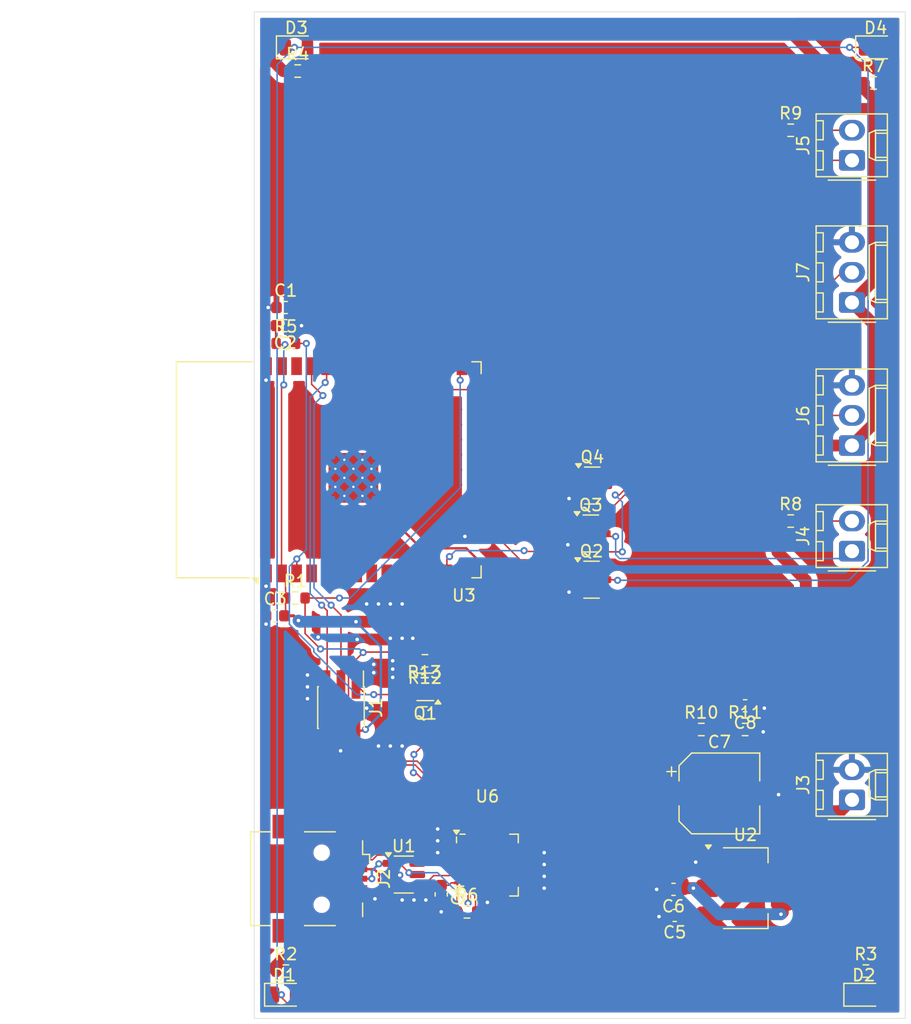
<source format=kicad_pcb>
(kicad_pcb (version 20240108) (generator "pcbnew") (generator_version "8.0")
  (layers (0 "F.Cu" signal) (31 "B.Cu" signal) (34 "B.Paste" user) (35 "F.Paste" user) (36 "B.SilkS" user "B.Silkscreen") (37 "F.SilkS" user "F.Silkscreen") (38 "B.Mask" user) (39 "F.Mask" user) (44 "Edge.Cuts" user))
  (net 0 "")
  (net 1 "EN")
  (net 2 "GND")
  (net 3 "+3.3V")
  (net 4 "+BATT")
  (net 5 "Net-(D1-K)")
  (net 6 "Net-(D1-A)")
  (net 7 "Net-(D2-A)")
  (net 8 "Net-(D3-A)")
  (net 9 "Net-(D4-A)")
  (net 10 "TX")
  (net 11 "D0")
  (net 12 "RX")
  (net 13 "Net-(J2-D-)")
  (net 14 "+5V")
  (net 15 "Net-(J2-D+)")
  (net 16 "Net-(J4-Pin_2)")
  (net 17 "Net-(J4-Pin_1)")
  (net 18 "Net-(J5-Pin_2)")
  (net 19 "Net-(J5-Pin_1)")
  (net 20 "/ESP32/GPIO16")
  (net 21 "/ESP32/GPIO14")
  (net 22 "Net-(Q1A-E1)")
  (net 23 "Net-(Q1B-E2)")
  (net 24 "Net-(Q1A-B1)")
  (net 25 "Net-(Q1B-B2)")
  (net 26 "/ESP32/GPIO15")
  (net 27 "/ESP32/GPIO17")
  (net 28 "/ESP32/GPIO18")
  (net 29 "Net-(U6-~{RST})")
  (net 30 "/USB Serial/USB_P")
  (net 31 "/USB Serial/USB_N")
  (net 51 "/ESP32/GPIO4")
  (net 52 "/ESP32/GPIO13")
  (net 59 "/ESP32/GPIO5")
  (net 67 "/ESP32/GPIO2")
  (net 70 "/ESP32/GPIO12")
  (net 72 "/ESP32/GPIO35")
  (footprint "Capacitor_SMD:C_0603_1608Metric" (layer "F.Cu") (at 134.125 75.5 180)
    (property "Reference" "C2")
    (property "Value" "0.1uf")
  )
  (footprint "Resistor_SMD:R_0603_1608Metric" (layer "F.Cu") (at 149.475 125)
    (property "Reference" "R6")
    (property "Value" "1k")
  )
  (footprint "Package_TO_SOT_SMD:SOT-23" (layer "F.Cu") (at 160 96.95)
    (property "Reference" "Q2")
    (property "Value" "AO3400A")
  )
  (footprint "Resistor_SMD:R_0603_1608Metric" (layer "F.Cu") (at 183.825 55)
    (property "Reference" "R7")
    (property "Value" "1k")
  )
  (footprint "Connector_Molex:Molex_KK-254_AE-6410-03A_1x03_P2.54mm_Vertical" (layer "F.Cu") (at 182 85.62 90)
    (property "Reference" "J6")
    (property "Value" "SpeedController")
  )
  (footprint "LED_SMD:LED_0805_2012Metric" (layer "F.Cu") (at 134.0625 132)
    (property "Reference" "D1")
    (property "Value" "LED")
  )
  (footprint "Resistor_SMD:R_0603_1608Metric" (layer "F.Cu") (at 176.825 92)
    (property "Reference" "R8")
    (property "Value" "1k")
  )
  (footprint "Package_TO_SOT_SMD:SOT-23" (layer "F.Cu") (at 160.0625 89)
    (property "Reference" "Q4")
    (property "Value" "AO3400A")
  )
  (footprint "Connector_Molex:Molex_KK-254_AE-6410-03A_1x03_P2.54mm_Vertical" (layer "F.Cu") (at 182 73.54 90)
    (property "Reference" "J7")
    (property "Value" "Servo")
  )
  (footprint "Capacitor_SMD:C_0603_1608Metric" (layer "F.Cu") (at 147.3 123.525 -90)
    (property "Reference" "C4")
    (property "Value" "10u")
  )
  (footprint "Connector_USB:USB_Mini-B_Wuerth_65100516121_Horizontal" (layer "F.Cu") (at 137.2 122.2 -90)
    (property "Reference" "J2")
    (property "Value" "USB_A")
  )
  (footprint "Package_TO_SOT_SMD:SOT-223-3_TabPin2" (layer "F.Cu") (at 173 123)
    (property "Reference" "U2")
    (property "Value" "AP1117-33")
  )
  (footprint "Package_DFN_QFN:QFN-28-1EP_5x5mm_P0.5mm_EP3.35x3.35mm" (layer "F.Cu") (at 151.2 121.05)
    (property "Reference" "U6")
    (property "Value" "CP2102N-Axx-xQFN28")
  )
  (footprint "Connector_Molex:Molex_KK-254_AE-6410-02A_1x02_P2.54mm_Vertical" (layer "F.Cu") (at 182 115.54 90)
    (property "Reference" "J3")
    (property "Value" "Battery")
  )
  (footprint "Capacitor_SMD:C_0603_1608Metric" (layer "F.Cu") (at 167.025 125.3 180)
    (property "Reference" "C5")
    (property "Value" "1u")
  )
  (footprint "Package_TO_SOT_SMD:SOT-363_SC-70-6" (layer "F.Cu") (at 145.95 106 180)
    (property "Reference" "Q1")
    (property "Value" "BC846BS")
  )
  (footprint "LED_SMD:LED_0805_2012Metric" (layer "F.Cu") (at 135.0625 52)
    (property "Reference" "D3")
    (property "Value" "LED")
  )
  (footprint "Resistor_SMD:R_0603_1608Metric" (layer "F.Cu") (at 134.975 98.5)
    (property "Reference" "R1")
    (property "Value" "10K")
  )
  (footprint "Capacitor_SMD:C_0603_1608Metric" (layer "F.Cu") (at 166.925 123.1 180)
    (property "Reference" "C6")
    (property "Value" "1u")
  )
  (footprint "Connector_Molex:Molex_KK-254_AE-6410-02A_1x02_P2.54mm_Vertical" (layer "F.Cu") (at 182 94.54 90)
    (property "Reference" "J4")
    (property "Value" "Conn_01x02")
  )
  (footprint "Resistor_SMD:R_0603_1608Metric" (layer "F.Cu") (at 169.275 109.6)
    (property "Reference" "R10")
    (property "Value" "10K")
  )
  (footprint "Package_TO_SOT_SMD:SOT-23-6" (layer "F.Cu") (at 144.1375 121.85)
    (property "Reference" "U1")
    (property "Value" "USBLC6-2SC6")
  )
  (footprint "Resistor_SMD:R_0603_1608Metric" (layer "F.Cu") (at 176.825 59)
    (property "Reference" "R9")
    (property "Value" "1k")
  )
  (footprint "Resistor_SMD:R_0603_1608Metric" (layer "F.Cu") (at 172.975 109.6)
    (property "Reference" "R11")
    (property "Value" "10K")
  )
  (footprint "Connector_PinHeader_1.27mm:PinHeader_2x03_P1.27mm_Vertical_SMD" (layer "F.Cu") (at 138.83 107.75 -90)
    (property "Reference" "J1")
    (property "Value" "Prog")
  )
  (footprint "Capacitor_SMD:CP_Elec_6.3x5.4" (layer "F.Cu") (at 170.8 115)
    (property "Reference" "C7")
    (property "Value" "100uF")
  )
  (footprint "Capacitor_SMD:C_0603_1608Metric" (layer "F.Cu") (at 172.975 107.6 180)
    (property "Reference" "C8")
    (property "Value" "0.1uf")
  )
  (footprint "LED_SMD:LED_0805_2012Metric" (layer "F.Cu") (at 183 132)
    (property "Reference" "D2")
    (property "Value" "LED")
  )
  (footprint "RF_Module:ESP32-WROOM-32" (layer "F.Cu") (at 140.79 87.67 90)
    (property "Reference" "U3")
    (property "Value" "ESP32-WROOM-32")
  )
  (footprint "Resistor_SMD:R_0603_1608Metric" (layer "F.Cu") (at 134.175 77)
    (property "Reference" "R5")
    (property "Value" "10K")
  )
  (footprint "LED_SMD:LED_0805_2012Metric" (layer "F.Cu") (at 184 52)
    (property "Reference" "D4")
    (property "Value" "LED")
  )
  (footprint "Resistor_SMD:R_0603_1608Metric" (layer "F.Cu") (at 135.175 54)
    (property "Reference" "R4")
    (property "Value" "1k")
  )
  (footprint "Capacitor_SMD:C_0603_1608Metric" (layer "F.Cu") (at 133.275 100)
    (property "Reference" "C3")
    (property "Value" "0.1uf")
  )
  (footprint "Resistor_SMD:R_0603_1608Metric" (layer "F.Cu") (at 145.875 108.2)
    (property "Reference" "R13")
    (property "Value" "10k")
  )
  (footprint "Resistor_SMD:R_0603_1608Metric" (layer "F.Cu") (at 183.175 130)
    (property "Reference" "R3")
    (property "Value" "1k")
  )
  (footprint "Connector_Molex:Molex_KK-254_AE-6410-02A_1x02_P2.54mm_Vertical" (layer "F.Cu") (at 182 61.54 90)
    (property "Reference" "J5")
    (property "Value" "Conn_01x02")
  )
  (footprint "Resistor_SMD:R_0603_1608Metric" (layer "F.Cu") (at 145.925 103.8 180)
    (property "Reference" "R12")
    (property "Value" "10k")
  )
  (footprint "Package_TO_SOT_SMD:SOT-23" (layer "F.Cu") (at 159.9375 93.05)
    (property "Reference" "Q3")
    (property "Value" "AO3400A")
  )
  (footprint "Resistor_SMD:R_0603_1608Metric" (layer "F.Cu") (at 134.175 130)
    (property "Reference" "R2")
    (property "Value" "1k")
  )
  (footprint "Capacitor_SMD:C_0603_1608Metric" (layer "F.Cu") (at 134.15675 73.96825)
    (property "Reference" "C1")
    (property "Value" "0.1uf")
  )
  (gr_rect (start 131.5 49) (end 186.5 134) (stroke (width 0.05)) (fill none) (layer "Edge.Cuts"))
  (segment (start 140.95 106.65) (end 140.1 105.8) (width 0.127) (layer "F.Cu") (net 1))
  (segment (start 145 106.65) (end 140.95 106.65) (width 0.127) (layer "F.Cu") (net 1))
  (segment (start 135.1 96.4) (end 135.08 96.42) (width 0.127) (layer "F.Cu") (net 1))
  (segment (start 135 77) (end 134.1865 76.1865) (width 0.127) (layer "F.Cu") (net 1))
  (segment (start 134.1865 76.1865) (end 134.1865 74.7135) (width 0.127) (layer "F.Cu") (net 1))
  (segment (start 134.1865 74.7135) (end 134.93175 73.96825) (width 0.127) (layer "F.Cu") (net 1))
  (segment (start 135 77) (end 135.9 77) (width 0.127) (layer "F.Cu") (net 1))
  (segment (start 135.1 95.2) (end 135.1 96.4) (width 0.127) (layer "F.Cu") (net 1))
  (via (at 141.6 106.65) (size 0.6) (drill 0.3) (layers "F.Cu" "B.Cu") (net 1))
  (via (at 135.9 77) (size 0.6) (drill 0.3) (layers "F.Cu" "B.Cu") (net 1))
  (via (at 135.1 95.2) (size 0.6) (drill 0.3) (layers "F.Cu" "B.Cu") (net 1))
  (segment (start 136.5365 103.03341) (end 136.5365 102.779752) (width 0.127) (layer "B.Cu") (net 1))
  (segment (start 141.6 106.65) (end 140.15309 106.65) (width 0.127) (layer "B.Cu") (net 1))
  (segment (start 134.473 100.716252) (end 134.473 95.827) (width 0.127) (layer "B.Cu") (net 1))
  (segment (start 136.5365 102.779752) (end 134.473 100.716252) (width 0.127) (layer "B.Cu") (net 1))
  (segment (start 135.9 94.4) (end 135.1 95.2) (width 0.127) (layer "B.Cu") (net 1))
  (segment (start 134.473 95.827) (end 135.1 95.2) (width 0.127) (layer "B.Cu") (net 1))
  (segment (start 140.15309 106.65) (end 136.5365 103.03341) (width 0.127) (layer "B.Cu") (net 1))
  (segment (start 135.9 77) (end 135.9 94.4) (width 0.127) (layer "B.Cu") (net 1))
  (segment (start 132.54 78.92) (end 132.54 80.06) (width 0.127) (layer "F.Cu") (net 2))
  (segment (start 143 121.85) (end 143.75 121.85) (width 0.127) (layer "F.Cu") (net 2))
  (segment (start 174.4 107.6) (end 174.6 107.8) (width 0.2) (layer "F.Cu") (net 2))
  (segment (start 133.38175 73.96825) (end 132.68175 73.96825) (width 0.127) (layer "F.Cu") (net 2))
  (segment (start 150.7 120.55) (end 151.2 121.05) (width 0.127) (layer "F.Cu") (net 2))
  (segment (start 148.75 120.55) (end 150.7 120.55) (width 0.127) (layer "F.Cu") (net 2))
  (segment (start 149.38 93.38) (end 149.3 93.3) (width 0.2) (layer "F.Cu") (net 2))
  (segment (start 173.6 115) (end 175.7 115) (width 1) (layer "F.Cu") (net 2))
  (segment (start 140.2 123.9) (end 141.7 123.9) (width 0.127) (layer "F.Cu") (net 2))
  (segment (start 132.54 97.46) (end 132.5 97.5) (width 0.127) (layer "F.Cu") (net 2))
  (segment (start 175.7 115) (end 175.8 115.1) (width 1) (layer "F.Cu") (net 2))
  (segment (start 132.5 100) (end 132.5 100.7) (width 0.127) (layer "F.Cu") (net 2))
  (segment (start 159 94) (end 158 94) (width 0.127) (layer "F.Cu") (net 2))
  (segment (start 138.83 111.37) (end 138.8 111.4) (width 0.2) (layer "F.Cu") (net 2))
  (segment (start 134.9 75.5) (end 135.5 75.5) (width 0.127) (layer "F.Cu") (net 2))
  (segment (start 150.3 93.38) (end 149.38 93.38) (width 0.2) (layer "F.Cu") (net 2))
  (segment (start 151.2 123.5) (end 151.2 124.2) (width 0.127) (layer "F.Cu") (net 2))
  (segment (start 173.8 109.6) (end 174.3 109.6) (width 0.2) (layer "F.Cu") (net 2))
  (segment (start 169.85 120.7) (end 168.9 120.7) (width 1) (layer "F.Cu") (net 2))
  (segment (start 132.54 96.42) (end 132.54 97.46) (width 0.127) (layer "F.Cu") (net 2))
  (segment (start 165.8 125.3) (end 165.7 125.4) (width 0.254) (layer "F.Cu") (net 2))
  (segment (start 168.9 120.7) (end 168.8 120.8) (width 1) (layer "F.Cu") (net 2))
  (segment (start 166.25 125.3) (end 165.8 125.3) (width 0.254) (layer "F.Cu") (net 2))
  (segment (start 140.2 123.1) (end 140.2 123.9) (width 0.127) (layer "F.Cu") (net 2))
  (segment (start 132.54 80.06) (end 132.5 80.1) (width 0.127) (layer "F.Cu") (net 2))
  (segment (start 159.125 89.95) (end 158.25 89.95) (width 0.127) (layer "F.Cu") (net 2))
  (segment (start 166.15 123.1) (end 165.5 123.1) (width 0.254) (layer "F.Cu") (net 2))
  (segment (start 158.2 97.9) (end 158.1 98) (width 0.127) (layer "F.Cu") (net 2))
  (segment (start 159.0625 97.9) (end 158.2 97.9) (width 0.127) (layer "F.Cu") (net 2))
  (segment (start 173.75 107.6) (end 174.4 107.6) (width 0.2) (layer "F.Cu") (net 2))
  (segment (start 147.3 124.3) (end 147.3 125) (width 0.127) (layer "F.Cu") (net 2))
  (segment (start 158.25 89.95) (end 158.1 90.1) (width 0.127) (layer "F.Cu") (net 2))
  (segment (start 174.3 109.6) (end 174.5 109.8) (width 0.2) (layer "F.Cu") (net 2))
  (segment (start 143.75 121.85) (end 143.8 121.9) (width 0.127) (layer "F.Cu") (net 2))
  (segment (start 151.2 123.5) (end 151.2 121.05) (width 0.127) (layer "F.Cu") (net 2))
  (segment (start 138.83 109.7) (end 138.83 111.37) (width 0.2) (layer "F.Cu") (net 2))
  (via (at 135.5 75.5) (size 0.6) (drill 0.3) (layers "F.Cu" "B.Cu") (net 2))
  (via (at 156 120) (size 0.6) (drill 0.3) (layers "F.Cu" "B.Cu") (net 2))
  (via (at 140.2 102) (size 0.6) (drill 0.3) (layers "F.Cu" "B.Cu") (net 2))
  (via (at 141.7 123.9) (size 0.6) (drill 0.3) (layers "F.Cu" "B.Cu") (net 2))
  (via (at 136 105) (size 0.6) (drill 0.3) (layers "F.Cu" "B.Cu") (net 2))
  (via (at 165.5 123.1) (size 0.6) (drill 0.3) (layers "F.Cu" "B.Cu") (net 2))
  (via (at 143.2 103.8) (size 0.6) (drill 0.3) (layers "F.Cu" "B.Cu") (net 2))
  (via (at 156 122) (size 0.6) (drill 0.3) (layers "F.Cu" "B.Cu") (net 2))
  (via (at 147 120) (size 0.6) (drill 0.3) (layers "F.Cu" "B.Cu") (net 2))
  (via (at 145 124) (size 0.6) (drill 0.3) (layers "F.Cu" "B.Cu") (net 2))
  (via (at 141 99) (size 0.6) (drill 0.3) (layers "F.Cu" "B.Cu") (net 2))
  (via (at 136 106) (size 0.6) (drill 0.3) (layers "F.Cu" "B.Cu") (net 2))
  (via (at 141.6 104.8) (size 0.6) (drill 0.3) (layers "F.Cu" "B.Cu") (net 2))
  (via (at 144 124) (size 0.6) (drill 0.3) (layers "F.Cu" "B.Cu") (net 2))
  (via (at 143.8 121.9) (size 0.6) (drill 0.3) (layers "F.Cu" "B.Cu") (net 2))
  (via (at 151.2 124.2) (size 0.6) (drill 0.3) (layers "F.Cu" "B.Cu") (net 2))
  (via (at 138.8 111.4) (size 0.6) (drill 0.3) (layers "F.Cu" "B.Cu") (net 2))
  (via (at 142 99) (size 0.6) (drill 0.3) (layers "F.Cu" "B.Cu") (net 2))
  (via (at 144.9 101.9) (size 0.6) (drill 0.3) (layers "F.Cu" "B.Cu") (net 2))
  (via (at 143 99) (size 0.6) (drill 0.3) (layers "F.Cu" "B.Cu") (net 2))
  (via (at 156 121) (size 0.6) (drill 0.3) (layers "F.Cu" "B.Cu") (net 2))
  (via (at 149.3 93.3) (size 0.6) (drill 0.3) (layers "F.Cu" "B.Cu") (net 2))
  (via (at 174.6 107.8) (size 0.6) (drill 0.3) (layers "F.Cu" "B.Cu") (net 2))
  (via (at 144 99) (size 0.6) (drill 0.3) (layers "F.Cu" "B.Cu") (net 2))
  (via (at 168.8 120.8) (size 0.6) (drill 0.3) (layers "F.Cu" "B.Cu") (net 2))
  (via (at 156 123) (size 0.6) (drill 0.3) (layers "F.Cu" "B.Cu") (net 2))
  (via (at 141.6 104.1) (size 0.6) (drill 0.3) (layers "F.Cu" "B.Cu") (net 2))
  (via (at 132.5 100.7) (size 0.6) (drill 0.3) (layers "F.Cu" "B.Cu") (net 2))
  (via (at 147.3 125) (size 0.6) (drill 0.3) (layers "F.Cu" "B.Cu") (net 2))
  (via (at 144 111) (size 0.6) (drill 0.3) (layers "F.Cu" "B.Cu") (net 2))
  (via (at 144 101.9) (size 0.6) (drill 0.3) (layers "F.Cu" "B.Cu") (net 2))
  (via (at 175.8 115.1) (size 0.6) (drill 0.3) (layers "F.Cu" "B.Cu") (net 2))
  (via (at 132.68175 73.96825) (size 0.6) (drill 0.3) (layers "F.Cu" "B.Cu") (net 2))
  (via (at 147 118) (size 0.6) (drill 0.3) (layers "F.Cu" "B.Cu") (net 2))
  (via (at 174.5 109.8) (size 0.6) (drill 0.3) (layers "F.Cu" "B.Cu") (net 2))
  (via (at 165.7 125.4) (size 0.6) (drill 0.3) (layers "F.Cu" "B.Cu") (net 2))
  (via (at 147 119) (size 0.6) (drill 0.3) (layers "F.Cu" "B.Cu") (net 2))
  (via (at 143 111) (size 0.6) (drill 0.3) (layers "F.Cu" "B.Cu") (net 2))
  (via (at 142 111) (size 0.6) (drill 0.3) (layers "F.Cu" "B.Cu") (net 2))
  (via (at 141 107.8) (size 0.6) (drill 0.3) (layers "F.Cu" "B.Cu") (net 2))
  (via (at 158.1 98) (size 0.6) (drill 0.3) (layers "F.Cu" "B.Cu") (net 2))
  (via (at 136.9 101.8) (size 0.6) (drill 0.3) (layers "F.Cu" "B.Cu") (net 2))
  (via (at 143 101.9) (size 0.6) (drill 0.3) (layers "F.Cu" "B.Cu") (net 2))
  (via (at 143.2 104.5) (size 0.6) (drill 0.3) (layers "F.Cu" "B.Cu") (net 2))
  (via (at 132.5 97.5) (size 0.6) (drill 0.3) (layers "F.Cu" "B.Cu") (net 2))
  (via (at 146 124) (size 0.6) (drill 0.3) (layers "F.Cu" "B.Cu") (net 2))
  (via (at 158 94) (size 0.6) (drill 0.3) (layers "F.Cu" "B.Cu") (net 2))
  (via (at 143.2 105.2) (size 0.6) (drill 0.3) (layers "F.Cu" "B.Cu") (net 2))
  (via (at 132.5 80.1) (size 0.6) (drill 0.3) (layers "F.Cu" "B.Cu") (net 2))
  (via (at 158.1 90.1) (size 0.6) (drill 0.3) (layers "F.Cu" "B.Cu") (net 2))
  (via (at 136 107) (size 0.6) (drill 0.3) (layers "F.Cu" "B.Cu") (net 2))
  (segment (start 140.1 109.7) (end 140.8 109.7) (width 0.2) (layer "F.Cu") (net 3))
  (segment (start 140.8 109.7) (end 140.9 109.6) (width 0.2) (layer "F.Cu") (net 3))
  (segment (start 134.05 99.95) (end 134.15 99.85) (width 0.127) (layer "F.Cu") (net 3))
  (segment (start 133.35 75.5) (end 133.35 77) (width 0.2) (layer "F.Cu") (net 3))
  (segment (start 167.7 123.1) (end 167.7 122.520248) (width 1) (layer "F.Cu") (net 3))
  (segment (start 148.65 122.65) (end 148.75 122.55) (width 0.127) (layer "F.Cu") (net 3))
  (segment (start 134.05 100) (end 134.8365 100) (width 0.254) (layer "F.Cu") (net 3))
  (segment (start 176.15 125.05) (end 176 125.2) (width 1) (layer "F.Cu") (net 3))
  (segment (start 145.679752 100.5) (end 140.1 100.5) (width 1) (layer "F.Cu") (net 3))
  (segment (start 134.8365 100) (end 135.2365 100.4) (width 0.254) (layer "F.Cu") (net 3))
  (segment (start 133.81 80.69) (end 134 80.5) (width 0.127) (layer "F.Cu") (net 3))
  (segment (start 165.489876 120.310124) (end 145.679752 100.5) (width 1) (layer "F.Cu") (net 3))
  (segment (start 134.05 100) (end 134.05 99.95) (width 0.127) (layer "F.Cu") (net 3))
  (segment (start 133.81 96.42) (end 133.81 80.69) (width 0.127) (layer "F.Cu") (net 3))
  (segment (start 167.8 123) (end 167.7 123.1) (width 1) (layer "F.Cu") (net 3))
  (segment (start 148.65 125) (end 148.65 122.65) (width 0.127) (layer "F.Cu") (net 3))
  (segment (start 134.1 77.1) (end 133.45 77.1) (width 0.127) (layer "F.Cu") (net 3))
  (segment (start 133.45 77.1) (end 133.35 77) (width 0.127) (layer "F.Cu") (net 3))
  (segment (start 134.15 98.5) (end 134.15 96.76) (width 0.127) (layer "F.Cu") (net 3))
  (segment (start 167.7 122.520248) (end 165.489876 120.310124) (width 1) (layer "F.Cu") (net 3))
  (segment (start 165.189876 120.310124) (end 158.7 126.8) (width 1) (layer "F.Cu") (net 3))
  (segment (start 176.15 123) (end 176.15 125.05) (width 1) (layer "F.Cu") (net 3))
  (segment (start 158.7 126.8) (end 149.6 126.8) (width 1) (layer "F.Cu") (net 3))
  (segment (start 149.6 126.8) (end 148.65 125.85) (width 1) (layer "F.Cu") (net 3))
  (segment (start 147.95 122.75) (end 148.15 122.55) (width 0.127) (layer "F.Cu") (net 3))
  (segment (start 165.489876 120.310124) (end 165.189876 120.310124) (width 1) (layer "F.Cu") (net 3))
  (segment (start 169.85 123) (end 168.6 123) (width 1) (layer "F.Cu") (net 3))
  (segment (start 134.15 99.85) (end 134.15 98.5) (width 0.127) (layer "F.Cu") (net 3))
  (segment (start 148.15 122.55) (end 148.75 122.55) (width 0.127) (layer "F.Cu") (net 3))
  (segment (start 134.15 96.76) (end 133.81 96.42) (width 0.127) (layer "F.Cu") (net 3))
  (segment (start 168.6 123) (end 167.8 123) (width 1) (layer "F.Cu") (net 3))
  (segment (start 148.65 125.85) (end 148.65 125) (width 1) (layer "F.Cu") (net 3))
  (segment (start 147.3 122.75) (end 147.95 122.75) (width 0.127) (layer "F.Cu") (net 3))
  (via (at 135.2365 100.4) (size 0.6) (drill 0.3) (layers "F.Cu" "B.Cu") (net 3))
  (via (at 134 80.5) (size 0.6) (drill 0.3) (layers "F.Cu" "B.Cu") (net 3))
  (via (at 176 125.2) (size 0.6) (drill 0.3) (layers "F.Cu" "B.Cu") (net 3))
  (via (at 140.1 100.5) (size 0.6) (drill 0.3) (layers "F.Cu" "B.Cu") (net 3))
  (via (at 140.9 109.6) (size 0.6) (drill 0.3) (layers "F.Cu" "B.Cu") (net 3))
  (via (at 168.6 123) (size 0.6) (drill 0.3) (layers "F.Cu" "B.Cu") (net 3))
  (via (at 134.1 77.1) (size 0.6) (drill 0.3) (layers "F.Cu" "B.Cu") (net 3))
  (segment (start 135.3365 100.5) (end 135.2365 100.4) (width 1) (layer "B.Cu") (net 3))
  (segment (start 134 80.5) (end 134 77.2) (width 0.127) (layer "B.Cu") (net 3))
  (segment (start 142.2 108.3) (end 142.2 102.6) (width 0.2) (layer "B.Cu") (net 3))
  (segment (start 176 125.2) (end 170.8 125.2) (width 1) (layer "B.Cu") (net 3))
  (segment (start 134 77.2) (end 134.1 77.1) (width 0.127) (layer "B.Cu") (net 3))
  (segment (start 140.1 100.5) (end 135.3365 100.5) (width 1) (layer "B.Cu") (net 3))
  (segment (start 140.9 109.6) (end 142.2 108.3) (width 0.2) (layer "B.Cu") (net 3))
  (segment (start 142.2 102.6) (end 140.1 100.5) (width 0.2) (layer "B.Cu") (net 3))
  (segment (start 170.8 125.2) (end 168.6 123) (width 1) (layer "B.Cu") (net 3))
  (segment (start 182 85.62) (end 183.795 83.825) (width 1) (layer "F.Cu") (net 4))
  (segment (start 134.075 128.825) (end 133.35 129.55) (width 1) (layer "F.Cu") (net 4))
  (segment (start 133.35 129.55) (end 133.35 130) (width 1) (layer "F.Cu") (net 4))
  (segment (start 181.2 55.1) (end 182 55.1) (width 1) (layer "F.Cu") (net 4))
  (segment (start 176 92) (end 175.8 92) (width 1) (layer "F.Cu") (net 4))
  (segment (start 183 55.475) (end 183 55) (width 1) (layer "F.Cu") (net 4))
  (segment (start 183.795 56.27) (end 183 55.475) (width 1) (layer "F.Cu") (net 4))
  (segment (start 178.1 116.5) (end 178.1 97) (width 1) (layer "F.Cu") (net 4))
  (segment (start 134.35 54) (end 133.95 54) (width 1) (layer "F.Cu") (net 4))
  (segment (start 168.45 109.6) (end 168.45 114.55) (width 0.2) (layer "F.Cu") (net 4))
  (segment (start 169.85 125.3) (end 167.8 125.3) (width 1) (layer "F.Cu") (net 4))
  (segment (start 176 59) (end 176 58.525) (width 1) (layer "F.Cu") (net 4))
  (segment (start 132.9 52.95) (end 132.9 51.183582) (width 1) (layer "F.Cu") (net 4))
  (segment (start 181.04 116.5) (end 178.1 116.5) (width 1) (layer "F.Cu") (net 4))
  (segment (start 182.35 130) (end 174.55 130) (width 1) (layer "F.Cu") (net 4))
  (segment (start 174.55 130) (end 169.85 125.3) (width 1) (layer "F.Cu") (net 4))
  (segment (start 176.7 50.6) (end 181.2 55.1) (width 1) (layer "F.Cu") (net 4))
  (segment (start 175.7 92.1) (end 175.7 87.8) (width 1) (layer "F.Cu") (net 4))
  (segment (start 183.795 75.335) (end 182 73.54) (width 1) (layer "F.Cu") (net 4))
  (segment (start 183.795 71.745) (end 183.795 57.2) (width 1) (layer "F.Cu") (net 4))
  (segment (start 182 55.1) (end 182.1 55) (width 1) (layer "F.Cu") (net 4))
  (segment (start 169.85 125.3) (end 170.85 125.3) (width 1) (layer "F.Cu") (net 4))
  (segment (start 182 73.54) (end 183.795 71.745) (width 1) (layer "F.Cu") (net 4))
  (segment (start 178.1 97) (end 175.7 94.6) (width 1) (layer "F.Cu") (net 4))
  (segment (start 174.55 130) (end 173.375 128.825) (width 1) (layer "F.Cu") (net 4))
  (segment (start 177.88 85.62) (end 182 85.62) (width 1) (layer "F.Cu") (net 4))
  (segment (start 175.8 92) (end 175.7 92.1) (width 1) (layer "F.Cu") (net 4))
  (segment (start 168.45 114.55) (end 168 115) (width 0.2) (layer "F.Cu") (net 4))
  (segment (start 178.1 116.5) (end 173.1 116.5) (width 1) (layer "F.Cu") (net 4))
  (segment (start 173.375 128.825) (end 134.075 128.825) (width 1) (layer "F.Cu") (net 4))
  (segment (start 183.795 83.825) (end 183.795 75.335) (width 1) (layer "F.Cu") (net 4))
  (segment (start 176 58.525) (end 177.325 57.2) (width 1) (layer "F.Cu") (net 4))
  (segment (start 132.9 51.183582) (end 133.483582 50.6) (width 1) (layer "F.Cu") (net 4))
  (segment (start 177.325 57.2) (end 183.795 57.2) (width 1) (layer "F.Cu") (net 4))
  (segment (start 182.1 55) (end 183 55) (width 1) (layer "F.Cu") (net 4))
  (segment (start 175.7 94.6) (end 175.7 92.1) (width 1) (layer "F.Cu") (net 4))
  (segment (start 169.5 116.5) (end 168 115) (width 1) (layer "F.Cu") (net 4))
  (segment (start 170.85 125.3) (end 173.1 123.05) (width 1) (layer "F.Cu") (net 4))
  (segment (start 173.1 116.5) (end 169.5 116.5) (width 1) (layer "F.Cu") (net 4))
  (segment (start 133.483582 50.6) (end 176.7 50.6) (width 1) (layer "F.Cu") (net 4))
  (segment (start 133.95 54) (end 132.9 52.95) (width 1) (layer "F.Cu") (net 4))
  (segment (start 182 115.54) (end 181.04 116.5) (width 1) (layer "F.Cu") (net 4))
  (segment (start 183.795 57.2) (end 183.795 56.27) (width 1) (layer "F.Cu") (net 4))
  (segment (start 175.7 87.8) (end 177.88 85.62) (width 1) (layer "F.Cu") (net 4))
  (segment (start 173.1 123.05) (end 173.1 116.5) (width 1) (layer "F.Cu") (net 4))
  (segment (start 133.8 132) (end 133.8 132.224114) (width 0.127) (layer "F.Cu") (net 5))
  (segment (start 134.9 52) (end 134.125 52) (width 0.127) (layer "F.Cu") (net 5))
  (segment (start 134.539386 132.9635) (end 181.099 132.9635) (width 0.127) (layer "F.Cu") (net 5))
  (segment (start 181.099 132.9635) (end 182.0625 132) (width 0.127) (layer "F.Cu") (net 5))
  (segment (start 133.8 132) (end 133.125 132) (width 0.127) (layer "F.Cu") (net 5))
  (segment (start 133.8 132.224114) (end 134.539386 132.9635) (width 0.127) (layer "F.Cu") (net 5))
  (segment (start 183.0625 52) (end 181.8 52) (width 0.127) (layer "F.Cu") (net 5))
  (segment (start 161.9 97) (end 161.85 96.95) (width 0.127) (layer "F.Cu") (net 5))
  (segment (start 162.2 97) (end 161.9 97) (width 0.127) (layer "F.Cu") (net 5))
  (segment (start 161.85 96.95) (end 160.9375 96.95) (width 0.127) (layer "F.Cu") (net 5))
  (via (at 133.8 132) (size 0.6) (drill 0.3) (layers "F.Cu" "B.Cu") (net 5))
  (via (at 162.2 97) (size 0.6) (drill 0.3) (layers "F.Cu" "B.Cu") (net 5))
  (via (at 134.9 52) (size 0.6) (drill 0.3) (layers "F.Cu" "B.Cu") (net 5))
  (via (at 181.8 52) (size 0.6) (drill 0.3) (layers "F.Cu" "B.Cu") (net 5))
  (segment (start 183.3585 53.5585) (end 183.3585 95.379626) (width 0.127) (layer "B.Cu") (net 5))
  (segment (start 183.3585 95.379626) (end 181.738126 97) (width 0.127) (layer "B.Cu") (net 5))
  (segment (start 181.8 52) (end 183.3585 53.5585) (width 0.127) (layer "B.Cu") (net 5))
  (segment (start 181.8 52) (end 134.9 52) (width 0.127) (layer "B.Cu") (net 5))
  (segment (start 181.738126 97) (end 162.2 97) (width 0.127) (layer "B.Cu") (net 5))
  (segment (start 133.4365 131.6365) (end 133.8 132) (width 0.127) (layer "B.Cu") (net 5))
  (segment (start 134.9 52) (end 133.4365 53.4635) (width 0.127) (layer "B.Cu") (net 5))
  (segment (start 133.4365 53.4635) (end 133.4365 131.6365) (width 0.127) (layer "B.Cu") (net 5))
  (segment (start 135 130) (end 135 132) (width 0.127) (layer "F.Cu") (net 6))
  (segment (start 136 52) (end 136 54) (width 1) (layer "F.Cu") (net 8))
  (segment (start 138.83 105.8) (end 138.83 99.929997) (width 0.127) (layer "F.Cu") (net 10))
  (segment (start 136.35 80.45) (end 136.35 78.92) (width 0.127) (layer "F.Cu") (net 10))
  (segment (start 137.3 81.4) (end 136.35 80.45) (width 0.127) (layer "F.Cu") (net 10))
  (segment (start 138.036 112.273) (end 136.9265 111.1635) (width 0.127) (layer "F.Cu") (net 10))
  (segment (start 151.2 118.200001) (end 145.272999 112.273) (width 0.127) (layer "F.Cu") (net 10))
  (segment (start 136.9265 111.1635) (end 136.9265 108.2365) (width 0.127) (layer "F.Cu") (net 10))
  (segment (start 137.063 108.1) (end 137.8 108.1) (width 0.127) (layer "F.Cu") (net 10))
  (segment (start 138.83 107.07) (end 138.83 105.8) (width 0.127) (layer "F.Cu") (net 10))
  (segment (start 137.8 108.1) (end 138.83 107.07) (width 0.127) (layer "F.Cu") (net 10))
  (segment (start 138.83 99.929997) (end 138.000003 99.1) (width 0.127) (layer "F.Cu") (net 10))
  (segment (start 151.2 118.6) (end 151.2 118.200001) (width 0.127) (layer "F.Cu") (net 10))
  (segment (start 136.9265 108.2365) (end 137.063 108.1) (width 0.127) (layer "F.Cu") (net 10))
  (segment (start 145.272999 112.273) (end 138.036 112.273) (width 0.127) (layer "F.Cu") (net 10))
  (via (at 138.000003 99.1) (size 0.6) (drill 0.3) (layers "F.Cu" "B.Cu") (net 10))
  (via (at 137.3 81.4) (size 0.6) (drill 0.3) (layers "F.Cu" "B.Cu") (net 10))
  (segment (start 136.554 82.146) (end 137.3 81.4) (width 0.127) (layer "B.Cu") (net 10))
  (segment (start 138.000003 99.1) (end 138 99.1) (width 0.127) (layer "B.Cu") (net 10))
  (segment (start 138 99.1) (end 136.554 97.654) (width 0.127) (layer "B.Cu") (net 10))
  (segment (start 136.554 97.654) (end 136.554 97.1) (width 0.127) (layer "B.Cu") (net 10))
  (segment (start 136.554 97.1) (end 136.554 82.146) (width 0.127) (layer "B.Cu") (net 10))
  (segment (start 147.4135 103.3135) (end 147.4135 104.8365) (width 0.127) (layer "F.Cu") (net 11))
  (segment (start 139.1665 107.2635) (end 139.4365 107.2635) (width 0.127) (layer "F.Cu") (net 11))
  (segment (start 139.4665 107.2335) (end 139.4665 104.3365) (width 0.127) (layer "F.Cu") (net 11))
  (segment (start 135.8 98.5) (end 135.8 101.5) (width 0.127) (layer "F.Cu") (net 11))
  (segment (start 139.4365 107.2635) (end 139.4665 107.2335) (width 0.127) (layer "F.Cu") (net 11))
  (segment (start 147.4135 104.8365) (end 146.9 105.35) (width 0.127) (layer "F.Cu") (net 11))
  (segment (start 140.7015 103.1015) (end 140.7415 103.0615) (width 0.127) (layer "F.Cu") (net 11))
  (segment (start 137.56 108.87) (end 139.1665 107.2635) (width 0.127) (layer "F.Cu") (net 11))
  (segment (start 147.1615 103.0615) (end 147.4135 103.3135) (width 0.127) (layer "F.Cu") (net 11))
  (segment (start 135.8 101.5) (end 137.1 102.8) (width 0.127) (layer "F.Cu") (net 11))
  (segment (start 148.9 80.1) (end 148.9 79.07) (width 0.127) (layer "F.Cu") (net 11))
  (segment (start 140.7415 103.0615) (end 147.1615 103.0615) (width 0.127) (layer "F.Cu") (net 11))
  (segment (start 135.8 98.5) (end 138.7 98.5) (width 0.127) (layer "F.Cu") (net 11))
  (segment (start 137.56 109.7) (end 137.56 108.87) (width 0.127) (layer "F.Cu") (net 11))
  (segment (start 148.9 79.07) (end 149.05 78.92) (width 0.127) (layer "F.Cu") (net 11))
  (segment (start 139.4665 104.3365) (end 140.7015 103.1015) (width 0.127) (layer "F.Cu") (net 11))
  (via (at 148.9 80.1) (size 0.6) (drill 0.3) (layers "F.Cu" "B.Cu") (net 11))
  (via (at 140.7015 103.1015) (size 0.6) (drill 0.3) (layers "F.Cu" "B.Cu") (net 11))
  (via (at 138.7 98.5) (size 0.6) (drill 0.3) (layers "F.Cu" "B.Cu") (net 11))
  (via (at 137.1 102.8) (size 0.6) (drill 0.3) (layers "F.Cu" "B.Cu") (net 11))
  (segment (start 144.4 93.7) (end 148.9 89.2) (width 0.127) (layer "B.Cu") (net 11))
  (segment (start 140.4 102.8) (end 140.7015 103.1015) (width 0.127) (layer "B.Cu") (net 11))
  (segment (start 138.7 98.5) (end 139.6 98.5) (width 0.127) (layer "B.Cu") (net 11))
  (segment (start 137.1 102.8) (end 140.4 102.8) (width 0.127) (layer "B.Cu") (net 11))
  (segment (start 148.9 89.2) (end 148.9 80.1) (width 0.127) (layer "B.Cu") (net 11))
  (segment (start 139.6 98.5) (end 144.4 93.7) (width 0.127) (layer "B.Cu") (net 11))
  (segment (start 137.900552 112.6) (end 145.099999 112.6) (width 0.127) (layer "F.Cu") (net 12))
  (segment (start 137.5 80.3) (end 137.62 80.18) (width 0.127) (layer "F.Cu") (net 12))
  (segment (start 137.56 107.54) (end 137.160552 107.54) (width 0.127) (layer "F.Cu") (net 12))
  (segment (start 137.6635 105.6965) (end 137.6635 99.5635) (width 0.127) (layer "F.Cu") (net 12))
  (segment (start 150.7 118.200001) (end 150.7 118.6) (width 0.127) (layer "F.Cu") (net 12))
  (segment (start 136.5995 111.298948) (end 137.900552 112.6) (width 0.127) (layer "F.Cu") (net 12))
  (segment (start 137.160552 107.54) (end 136.5995 108.101052) (width 0.127) (layer "F.Cu") (net 12))
  (segment (start 137.56 105.8) (end 137.6635 105.6965) (width 0.127) (layer "F.Cu") (net 12))
  (segment (start 137.6635 99.5635) (end 137.2 99.1) (width 0.127) (layer "F.Cu") (net 12))
  (segment (start 145.099999 112.6) (end 150.7 118.200001) (width 0.127) (layer "F.Cu") (net 12))
  (segment (start 136.5995 108.101052) (end 136.5995 111.298948) (width 0.127) (layer "F.Cu") (net 12))
  (segment (start 137.62 80.18) (end 137.62 78.92) (width 0.127) (layer "F.Cu") (net 12))
  (segment (start 137.56 105.8) (end 137.56 107.54) (width 0.127) (layer "F.Cu") (net 12))
  (via (at 137.2 99.1) (size 0.6) (drill 0.3) (layers "F.Cu" "B.Cu") (net 12))
  (via (at 137.5 80.3) (size 0.6) (drill 0.3) (layers "F.Cu" "B.Cu") (net 12))
  (segment (start 137.2 99.1) (end 136.227 98.127) (width 0.127) (layer "B.Cu") (net 12))
  (segment (start 136.227 81.5) (end 136.3 81.5) (width 0.127) (layer "B.Cu") (net 12))
  (segment (start 136.3 81.5) (end 137.5 80.3) (width 0.127) (layer "B.Cu") (net 12))
  (segment (start 136.227 98.127) (end 136.227 81.5) (width 0.127) (layer "B.Cu") (net 12))
  (segment (start 142.0375 122.499999) (end 142.337501 122.8) (width 0.2) (layer "F.Cu") (net 13))
  (segment (start 141.6375 121.4) (end 142.0375 121.8) (width 0.2) (layer "F.Cu") (net 13))
  (segment (start 142.337501 122.8) (end 143 122.8) (width 0.2) (layer "F.Cu") (net 13))
  (segment (start 139.8 121.4) (end 141.6375 121.4) (width 0.2) (layer "F.Cu") (net 13))
  (segment (start 142.0375 121.8) (end 142.0375 122.499999) (width 0.2) (layer "F.Cu") (net 13))
  (segment (start 141.5 120.6) (end 139.8 120.6) (width 0.127) (layer "F.Cu") (net 14))
  (segment (start 145.275 121.85) (end 144.728798 121.85) (width 0.127) (layer "F.Cu") (net 14))
  (segment (start 144.728798 121.85) (end 144.573108 121.69431) (width 0.127) (layer "F.Cu") (net 14))
  (segment (start 141.9 120.2) (end 141.5 120.6) (width 0.127) (layer "F.Cu") (net 14))
  (segment (start 149.566988 124.266453) (end 149.566988 123.633012) (width 0.127) (layer "F.Cu") (net 14))
  (segment (start 143.551434 120.2) (end 141.9 120.2) (width 0.127) (layer "F.Cu") (net 14))
  (segment (start 144.573108 121.69431) (end 143.926 121.047202) (width 0.127) (layer "F.Cu") (net 14))
  (segment (start 149.566988 123.633012) (end 149.7 123.5) (width 0.127) (layer "F.Cu") (net 14))
  (segment (start 143.926 121.047202) (end 143.926 120.574566) (width 0.127) (layer "F.Cu") (net 14))
  (segment (start 143.926 120.574566) (end 143.551434 120.2) (width 0.127) (layer "F.Cu") (net 14))
  (via (at 144.573108 121.69431) (size 0.6) (drill 0.3) (layers "F.Cu" "B.Cu") (net 14))
  (via (at 149.566988 124.266453) (size 0.6) (drill 0.3) (layers "F.Cu" "B.Cu") (net 14))
  (segment (start 146.994845 121.69431) (end 149.566988 124.266453) (width 0.127) (layer "B.Cu") (net 14))
  (segment (start 144.573108 121.69431) (end 146.994845 121.69431) (width 0.127) (layer "B.Cu") (net 14))
  (segment (start 142.951546 120.948454) (end 143 120.9) (width 0.2) (layer "F.Cu") (net 15))
  (segment (start 139.8 122.2) (end 141.4375 122.2) (width 0.2) (layer "F.Cu") (net 15))
  (segment (start 142.032603 120.948454) (end 142.951546 120.948454) (width 0.2) (layer "F.Cu") (net 15))
  (via (at 142.032603 120.948454) (size 0.6) (drill 0.3) (layers "F.Cu" "B.Cu") (net 15))
  (via (at 141.4375 122.2) (size 0.6) (drill 0.3) (layers "F.Cu" "B.Cu") (net 15))
  (segment (start 141.4375 122.2) (end 141.4375 121.543557) (width 0.2) (layer "B.Cu") (net 15))
  (segment (start 141.4375 121.543557) (end 142.032603 120.948454) (width 0.2) (layer "B.Cu") (net 15))
  (segment (start 177.65 92) (end 182 92) (width 0.127) (layer "F.Cu") (net 16))
  (segment (start 162.0365 93.3) (end 161.125 93.3) (width 0.127) (layer "F.Cu") (net 17))
  (segment (start 161.125 93.3) (end 160.875 93.05) (width 0.127) (layer "F.Cu") (net 17))
  (via (at 162.0365 93.3) (size 0.6) (drill 0.3) (layers "F.Cu" "B.Cu") (net 17))
  (segment (start 162.0365 94.83341) (end 162.0365 93.3) (width 0.127) (layer "B.Cu") (net 17))
  (segment (start 181.3765 95.1635) (end 162.36659 95.1635) (width 0.127) (layer "B.Cu") (net 17))
  (segment (start 162.36659 95.1635) (end 162.0365 94.83341) (width 0.127) (layer "B.Cu") (net 17))
  (segment (start 182 94.54) (end 181.3765 95.1635) (width 0.127) (layer "B.Cu") (net 17))
  (segment (start 177.65 59) (end 182 59) (width 0.127) (layer "F.Cu") (net 18))
  (segment (start 161.7 68.7) (end 161.7 88.3) (width 0.127) (layer "F.Cu") (net 19))
  (segment (start 161.7 88.3) (end 161 89) (width 0.127) (layer "F.Cu") (net 19))
  (segment (start 182 61.54) (end 168.86 61.54) (width 0.127) (layer "F.Cu") (net 19))
  (segment (start 168.86 61.54) (end 161.7 68.7) (width 0.127) (layer "F.Cu") (net 19))
  (segment (start 147.3 80.9) (end 147.3 80.8) (width 0.127) (layer "F.Cu") (net 20))
  (segment (start 150.977 80.9) (end 147.3 80.9) (width 0.127) (layer "F.Cu") (net 20))
  (segment (start 182 83.08) (end 169.518566 83.08) (width 0.127) (layer "F.Cu") (net 20))
  (segment (start 147.3 80.8) (end 146.51 80.01) (width 0.127) (layer "F.Cu") (net 20))
  (segment (start 157.18 92.7) (end 152.907 88.427) (width 0.127) (layer "F.Cu") (net 20))
  (segment (start 151.6 81.523) (end 150.977 80.9) (width 0.127) (layer "F.Cu") (net 20))
  (segment (start 146.51 80.01) (end 146.51 78.92) (width 0.127) (layer "F.Cu") (net 20))
  (segment (start 159.898566 92.7) (end 157.18 92.7) (width 0.127) (layer "F.Cu") (net 20))
  (segment (start 169.518566 83.08) (end 159.898566 92.7) (width 0.127) (layer "F.Cu") (net 20))
  (segment (start 151.6 82) (end 151.6 81.523) (width 0.127) (layer "F.Cu") (net 20))
  (segment (start 152.907 88.427) (end 152.907 83.307) (width 0.127) (layer "F.Cu") (net 20))
  (segment (start 152.907 83.307) (end 151.6 82) (width 0.127) (layer "F.Cu") (net 20))
  (segment (start 160.681434 94.57) (end 160.711434 94.6) (width 0.127) (layer "F.Cu") (net 21))
  (segment (start 162.3 94.6) (end 162.6 94.6) (width 0.127) (layer "F.Cu") (net 21))
  (segment (start 155.8 94.57) (end 154.37 94.57) (width 0.127) (layer "F.Cu") (net 21))
  (segment (start 160.711434 94.6) (end 162.3 94.6) (width 0.127) (layer "F.Cu") (net 21))
  (segment (start 147.78 95.22) (end 147.78 96.42) (width 0.127) (layer "F.Cu") (net 21))
  (segment (start 155.8 94.57) (end 160.681434 94.57) (width 0.127) (layer "F.Cu") (net 21))
  (segment (start 181.136118 71) (end 162.168059 89.968059) (width 0.127) (layer "F.Cu") (net 21))
  (segment (start 182 71) (end 181.136118 71) (width 0.127) (layer "F.Cu") (net 21))
  (segment (start 148 95) (end 147.78 95.22) (width 0.127) (layer "F.Cu") (net 21))
  (segment (start 154.37 94.57) (end 154.3 94.5) (width 0.127) (layer "F.Cu") (net 21))
  (via (at 154.3 94.5) (size 0.6) (drill 0.3) (layers "F.Cu" "B.Cu") (net 21))
  (via (at 162.6 94.6) (size 0.6) (drill 0.3) (layers "F.Cu" "B.Cu") (net 21))
  (via (at 148 95) (size 0.6) (drill 0.3) (layers "F.Cu" "B.Cu") (net 21))
  (via (at 162.000828 89.800828) (size 0.6) (drill 0.3) (layers "F.Cu" "B.Cu") (net 21))
  (segment (start 162.6 90.4) (end 162.000828 89.800828) (width 0.127) (layer "B.Cu") (net 21))
  (segment (start 154.3 94.5) (end 148.5 94.5) (width 0.127) (layer "B.Cu") (net 21))
  (segment (start 162.6 94.6) (end 162.6 90.4) (width 0.127) (layer "B.Cu") (net 21))
  (segment (start 148.5 94.5) (end 148 95) (width 0.127) (layer "B.Cu") (net 21))
  (segment (start 151.7 118.6) (end 151.7 113.2) (width 0.127) (layer "F.Cu") (net 22))
  (segment (start 151.7 113.2) (end 146.7 108.2) (width 0.127) (layer "F.Cu") (net 22))
  (segment (start 146.7 106.85) (end 146.9 106.65) (width 0.127) (layer "F.Cu") (net 22))
  (segment (start 146.7 108.2) (end 146.7 106.85) (width 0.127) (layer "F.Cu") (net 22))
  (segment (start 145.148456 113.248456) (end 144.951544 113.248456) (width 0.127) (layer "F.Cu") (net 23))
  (segment (start 145.1 105.25) (end 145 105.35) (width 0.127) (layer "F.Cu") (net 23))
  (segment (start 146.0365 105.8365) (end 145.1 104.9) (width 0.127) (layer "F.Cu") (net 23))
  (segment (start 145.1 104.9) (end 145.1 104.4) (width 0.127) (layer "F.Cu") (net 23))
  (segment (start 144.991317 111.7095) (end 146.0365 110.664317) (width 0.127) (layer "F.Cu") (net 23))
  (segment (start 149.7 117.8) (end 145.3 113.4) (width 0.127) (layer "F.Cu") (net 23))
  (segment (start 149.7 118.6) (end 149.7 117.8) (width 0.127) (layer "F.Cu") (net 23))
  (segment (start 145.1 104.4) (end 145.1 105.25) (width 0.127) (layer "F.Cu") (net 23))
  (segment (start 146.0365 110.664317) (end 146.0365 105.8365) (width 0.127) (layer "F.Cu") (net 23))
  (segment (start 145.1 103.8) (end 145.1 104.4) (width 0.127) (layer "F.Cu") (net 23))
  (segment (start 145.3 113.4) (end 145.148456 113.248456) (width 0.127) (layer "F.Cu") (net 23))
  (via (at 144.951544 113.248456) (size 0.6) (drill 0.3) (layers "F.Cu" "B.Cu") (net 23))
  (via (at 144.991317 111.7095) (size 0.6) (drill 0.3) (layers "F.Cu" "B.Cu") (net 23))
  (segment (start 144.951544 111.749273) (end 144.991317 111.7095) (width 0.127) (layer "B.Cu") (net 23))
  (segment (start 144.951544 113.248456) (end 144.951544 111.749273) (width 0.127) (layer "B.Cu") (net 23))
  (segment (start 146.3115 104.2385) (end 146.3115 105.603338) (width 0.127) (layer "F.Cu") (net 24))
  (segment (start 146.75 103.8) (end 146.3115 104.2385) (width 0.127) (layer "F.Cu") (net 24))
  (segment (start 146.3115 105.603338) (end 146.708162 106) (width 0.127) (layer "F.Cu") (net 24))
  (segment (start 146.708162 106) (end 146.9 106) (width 0.127) (layer "F.Cu") (net 24))
  (segment (start 145.5885 107.6615) (end 145.5885 106.1885) (width 0.127) (layer "F.Cu") (net 25))
  (segment (start 145.4 106) (end 145 106) (width 0.127) (layer "F.Cu") (net 25))
  (segment (start 145.5885 106.1885) (end 145.4 106) (width 0.127) (layer "F.Cu") (net 25))
  (segment (start 145.05 108.2) (end 145.5885 107.6615) (width 0.127) (layer "F.Cu") (net 25))
  (segment (start 153.9835 95.2835) (end 152.3 93.6) (width 0.127) (layer "F.Cu") (net 26))
  (segment (start 151.177 83.22) (end 150.3 83.22) (width 0.127) (layer "F.Cu") (net 26))
  (segment (start 159.0625 96) (end 158.346 95.2835) (width 0.127) (layer "F.Cu") (net 26))
  (segment (start 152.3 84.343) (end 151.177 83.22) (width 0.127) (layer "F.Cu") (net 26))
  (segment (start 152.3 93.6) (end 152.3 84.343) (width 0.127) (layer "F.Cu") (net 26))
  (segment (start 158.346 95.2835) (end 153.9835 95.2835) (width 0.127) (layer "F.Cu") (net 26))
  (segment (start 145.24 76.66) (end 145.24 78.92) (width 0.127) (layer "F.Cu") (net 27))
  (segment (start 146 75.9) (end 145.24 76.66) (width 0.127) (layer "F.Cu") (net 27))
  (segment (start 153.234 86.334) (end 153.234 78.134) (width 0.127) (layer "F.Cu") (net 27))
  (segment (start 146.1 76) (end 146 75.9) (width 0.127) (layer "F.Cu") (net 27))
  (segment (start 159 92.1) (end 153.234 86.334) (width 0.127) (layer "F.Cu") (net 27))
  (segment (start 151.1 76) (end 146.1 76) (width 0.127) (layer "F.Cu") (net 27))
  (segment (start 153.234 78.134) (end 151.1 76) (width 0.127) (layer "F.Cu") (net 27))
  (segment (start 159.125 88.05) (end 156.27 88.05) (width 0.127) (layer "F.Cu") (net 28))
  (segment (start 156.27 80.707552) (end 151.135448 75.573) (width 0.127) (layer "F.Cu") (net 28))
  (segment (start 151.135448 75.573) (end 144.127 75.573) (width 0.127) (layer "F.Cu") (net 28))
  (segment (start 156.27 88.05) (end 156.27 80.707552) (width 0.127) (layer "F.Cu") (net 28))
  (segment (start 142.7 77) (end 142.7 78.92) (width 0.127) (layer "F.Cu") (net 28))
  (segment (start 144.127 75.573) (end 142.7 77) (width 0.127) (layer "F.Cu") (net 28))
  (segment (start 150.2 124.9) (end 150.3 125) (width 0.127) (layer "F.Cu") (net 29))
  (segment (start 150.2 123.5) (end 150.2 124.9) (width 0.127) (layer "F.Cu") (net 29))
  (segment (start 145.425 121.05) (end 148.75 121.05) (width 0.127) (layer "F.Cu") (net 30))
  (segment (start 145.275 120.9) (end 145.425 121.05) (width 0.127) (layer "F.Cu") (net 30))
  (segment (start 145.275 122.8) (end 145.8 122.8) (width 0.127) (layer "F.Cu") (net 31))
  (segment (start 148.387234 121.55) (end 148.75 121.55) (width 0.127) (layer "F.Cu") (net 31))
  (segment (start 148.000734 121.9365) (end 148.387234 121.55) (width 0.127) (layer "F.Cu") (net 31))
  (segment (start 146.6635 121.9365) (end 148.000734 121.9365) (width 0.127) (layer "F.Cu") (net 31))
  (segment (start 145.8 122.8) (end 146.6635 121.9365) (width 0.127) (layer "F.Cu") (net 31))
  (segment (start 145.6 94.3) (end 144.1 92.8) (width 0.2) (layer "F.Cu") (net 59))
  (segment (start 170.1 109.6) (end 159.85 99.35) (width 0.2) (layer "F.Cu") (net 59))
  (segment (start 149.42 94.3) (end 145.6 94.3) (width 0.2) (layer "F.Cu") (net 59))
  (segment (start 143.97 91.77) (end 143.97 78.92) (width 0.2) (layer "F.Cu") (net 59))
  (segment (start 159.85 99.35) (end 154.47 99.35) (width 0.2) (layer "F.Cu") (net 59))
  (segment (start 154.47 99.35) (end 149.42 94.3) (width 0.2) (layer "F.Cu") (net 59))
  (segment (start 172.2 107.6) (end 172.2 109.55) (width 0.2) (layer "F.Cu") (net 59))
  (segment (start 172.2 109.55) (end 172.15 109.6) (width 0.2) (layer "F.Cu") (net 59))
  (segment (start 170.1 109.6) (end 172.15 109.6) (width 0.2) (layer "F.Cu") (net 59))
  (segment (start 144.1 91.9) (end 143.97 91.77) (width 0.2) (layer "F.Cu") (net 59))
  (segment (start 144.1 92.8) (end 144.1 91.9) (width 0.2) (layer "F.Cu") (net 59))
  (zone (net 2) (net_name "GND") (layer "F.Cu") (priority 1) (connect_pads (clearance 0.5)) (min_thickness 0.25) (fill yes (thermal_gap 0.5) (thermal_bridge_width 0.5))
    (polygon (pts (xy 131 48) (xy 187 48) (xy 187 134) (xy 131 134)))
  )
  (zone (net 2) (net_name "GND") (layer "B.Cu") (connect_pads (clearance 0.5)) (min_thickness 0.25) (fill yes (thermal_gap 0.5) (thermal_bridge_width 0.5))
    (polygon (pts (xy 131 48) (xy 187 48) (xy 187 134) (xy 131 134)))
  )
)
</source>
